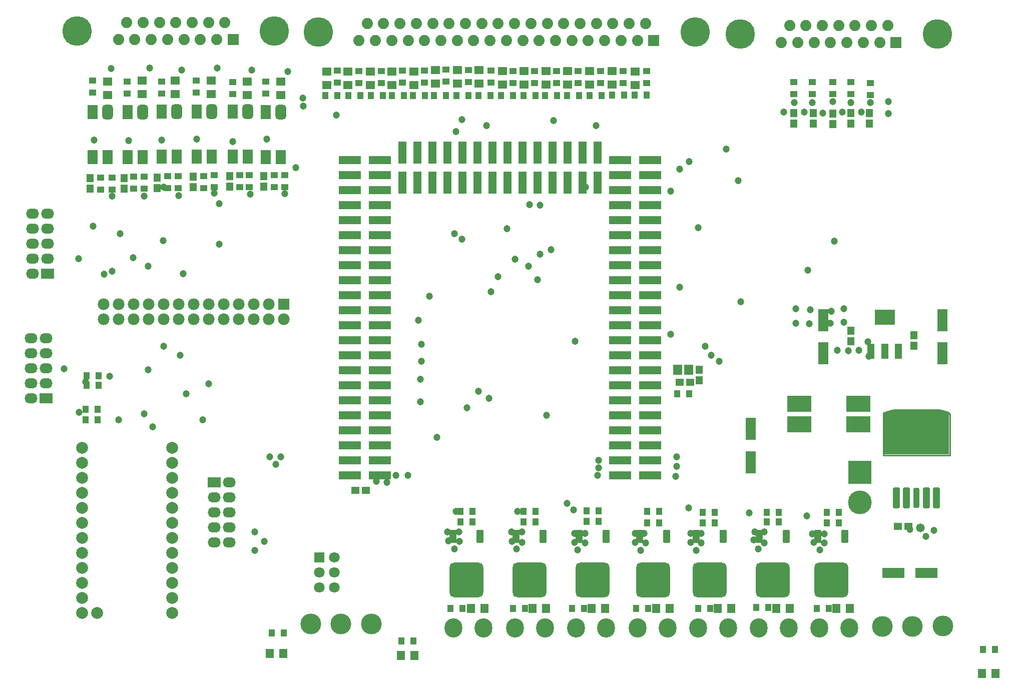
<source format=gts>
G04*
G04 #@! TF.GenerationSoftware,Altium Limited,Altium Designer,20.1.12 (249)*
G04*
G04 Layer_Color=8388736*
%FSTAX24Y24*%
%MOIN*%
G70*
G04*
G04 #@! TF.SameCoordinates,65647CF5-6095-42B6-9084-E7F1C421F8D5*
G04*
G04*
G04 #@! TF.FilePolarity,Negative*
G04*
G01*
G75*
%ADD17C,0.0100*%
G04:AMPARAMS|DCode=32|XSize=39.4mil|YSize=133.9mil|CornerRadius=9.8mil|HoleSize=0mil|Usage=FLASHONLY|Rotation=0.000|XOffset=0mil|YOffset=0mil|HoleType=Round|Shape=RoundedRectangle|*
%AMROUNDEDRECTD32*
21,1,0.0394,0.1142,0,0,0.0*
21,1,0.0197,0.1339,0,0,0.0*
1,1,0.0197,0.0098,-0.0571*
1,1,0.0197,-0.0098,-0.0571*
1,1,0.0197,-0.0098,0.0571*
1,1,0.0197,0.0098,0.0571*
%
%ADD32ROUNDEDRECTD32*%
%ADD44C,0.0200*%
%ADD45R,0.4380X0.2820*%
G04:AMPARAMS|DCode=46|XSize=98mil|YSize=71mil|CornerRadius=19.7mil|HoleSize=0mil|Usage=FLASHONLY|Rotation=270.000|XOffset=0mil|YOffset=0mil|HoleType=Round|Shape=RoundedRectangle|*
%AMROUNDEDRECTD46*
21,1,0.0980,0.0315,0,0,270.0*
21,1,0.0585,0.0710,0,0,270.0*
1,1,0.0395,-0.0157,-0.0293*
1,1,0.0395,-0.0157,0.0293*
1,1,0.0395,0.0157,0.0293*
1,1,0.0395,0.0157,-0.0293*
%
%ADD46ROUNDEDRECTD46*%
%ADD47R,0.0710X0.0980*%
%ADD48R,0.0513X0.0395*%
%ADD49R,0.0630X0.0580*%
%ADD50R,0.0513X0.0552*%
%ADD51R,0.0395X0.0513*%
G04:AMPARAMS|DCode=52|XSize=47.4mil|YSize=86.7mil|CornerRadius=8.9mil|HoleSize=0mil|Usage=FLASHONLY|Rotation=180.000|XOffset=0mil|YOffset=0mil|HoleType=Round|Shape=RoundedRectangle|*
%AMROUNDEDRECTD52*
21,1,0.0474,0.0689,0,0,180.0*
21,1,0.0295,0.0867,0,0,180.0*
1,1,0.0178,-0.0148,0.0344*
1,1,0.0178,0.0148,0.0344*
1,1,0.0178,0.0148,-0.0344*
1,1,0.0178,-0.0148,-0.0344*
%
%ADD52ROUNDEDRECTD52*%
G04:AMPARAMS|DCode=53|XSize=224.5mil|YSize=232.4mil|CornerRadius=31.1mil|HoleSize=0mil|Usage=FLASHONLY|Rotation=180.000|XOffset=0mil|YOffset=0mil|HoleType=Round|Shape=RoundedRectangle|*
%AMROUNDEDRECTD53*
21,1,0.2245,0.1703,0,0,180.0*
21,1,0.1624,0.2324,0,0,180.0*
1,1,0.0621,-0.0812,0.0851*
1,1,0.0621,0.0812,0.0851*
1,1,0.0621,0.0812,-0.0851*
1,1,0.0621,-0.0812,-0.0851*
%
%ADD53ROUNDEDRECTD53*%
G04:AMPARAMS|DCode=54|XSize=47.4mil|YSize=141.9mil|CornerRadius=13.8mil|HoleSize=0mil|Usage=FLASHONLY|Rotation=0.000|XOffset=0mil|YOffset=0mil|HoleType=Round|Shape=RoundedRectangle|*
%AMROUNDEDRECTD54*
21,1,0.0474,0.1142,0,0,0.0*
21,1,0.0197,0.1419,0,0,0.0*
1,1,0.0277,0.0098,-0.0571*
1,1,0.0277,-0.0098,-0.0571*
1,1,0.0277,-0.0098,0.0571*
1,1,0.0277,0.0098,0.0571*
%
%ADD54ROUNDEDRECTD54*%
%ADD55R,0.1379X0.1025*%
%ADD56R,0.0474X0.1025*%
%ADD57R,0.1458X0.0710*%
%ADD58R,0.0710X0.1458*%
%ADD59R,0.0552X0.0513*%
%ADD60R,0.0580X0.0630*%
%ADD61R,0.1478X0.0552*%
%ADD62R,0.1497X0.0552*%
%ADD63R,0.0552X0.1497*%
%ADD64R,0.1596X0.1064*%
%ADD65R,0.0592X0.0671*%
%ADD66O,0.0867X0.0671*%
%ADD67R,0.0867X0.0671*%
%ADD68C,0.0789*%
%ADD69C,0.1580*%
%ADD70R,0.1580X0.1580*%
%ADD71C,0.0710*%
%ADD72R,0.0710X0.0710*%
%ADD73C,0.0780*%
%ADD74R,0.0780X0.0780*%
%ADD75C,0.1380*%
%ADD76R,0.0745X0.0745*%
%ADD77C,0.0745*%
%ADD78C,0.1970*%
%ADD79O,0.1180X0.1280*%
%ADD80C,0.0474*%
%ADD81C,0.0580*%
D17*
X070165Y057951D02*
G03*
X070071Y057827I000036J-000124D01*
G01*
X070165Y057951D02*
G03*
X070071Y057827I000036J-000124D01*
G01*
X070784Y058123D02*
G03*
X070749Y058118I0J-000129D01*
G01*
X070784Y058123D02*
G03*
X070749Y058118I0J-000129D01*
G01*
X074497Y057827D02*
G03*
X074403Y057951I-000129J0D01*
G01*
X074497Y057827D02*
G03*
X074403Y057951I-000129J0D01*
G01*
X07382Y058118D02*
G03*
X073784Y058123I-000035J-000124D01*
G01*
X07382Y058118D02*
G03*
X073784Y058123I-000035J-000124D01*
G01*
X074469Y0579D02*
X074519Y05785D01*
Y0551D02*
Y05785D01*
X074269Y0551D02*
X074519D01*
X070073D02*
X074269D01*
X070071Y055102D02*
X070073Y0551D01*
X070071Y055102D02*
Y057327D01*
Y057827D01*
X070165Y057951D02*
X070748Y058118D01*
X074497Y057327D02*
Y057827D01*
X070784Y058123D02*
X073784D01*
X07382Y058118D02*
X074403Y057951D01*
D32*
X072269Y05225D02*
D03*
D44*
X070467Y057977D02*
X074107D01*
D45*
X072287Y05656D02*
D03*
D46*
X0184Y07795D02*
D03*
X023Y078D02*
D03*
X02075Y07795D02*
D03*
X02995D02*
D03*
X02535Y078D02*
D03*
X02775D02*
D03*
D47*
X0174Y07795D02*
D03*
Y07495D02*
D03*
X0184D02*
D03*
X022Y078D02*
D03*
Y075D02*
D03*
X023D02*
D03*
X01975Y07795D02*
D03*
Y07495D02*
D03*
X02075D02*
D03*
X02895Y07795D02*
D03*
Y07495D02*
D03*
X02995D02*
D03*
X02435Y078D02*
D03*
Y075D02*
D03*
X02535D02*
D03*
X02675Y078D02*
D03*
Y075D02*
D03*
X02775D02*
D03*
D48*
X022Y08D02*
D03*
Y0792D02*
D03*
X0243Y08005D02*
D03*
Y07925D02*
D03*
X02675Y07995D02*
D03*
Y07915D02*
D03*
X02895Y08D02*
D03*
Y0792D02*
D03*
X0197Y08D02*
D03*
Y0792D02*
D03*
X0174Y08005D02*
D03*
Y07925D02*
D03*
X0187Y0728D02*
D03*
Y0736D02*
D03*
X017948Y072809D02*
D03*
Y073609D02*
D03*
X04245Y07995D02*
D03*
Y08075D02*
D03*
X04685Y0799D02*
D03*
Y0807D02*
D03*
X03805Y07993D02*
D03*
Y08073D02*
D03*
X04975Y0799D02*
D03*
Y0807D02*
D03*
X0543Y0799D02*
D03*
Y0807D02*
D03*
X03515Y0799D02*
D03*
Y0807D02*
D03*
X05275Y0799D02*
D03*
Y0807D02*
D03*
X02085Y07285D02*
D03*
Y07365D02*
D03*
X0231Y0729D02*
D03*
Y0737D02*
D03*
X0255Y07295D02*
D03*
Y07375D02*
D03*
X02785Y07295D02*
D03*
Y07375D02*
D03*
X0302Y07295D02*
D03*
Y07375D02*
D03*
X02015Y07285D02*
D03*
Y07365D02*
D03*
X0224Y0729D02*
D03*
Y0737D02*
D03*
X0248Y0729D02*
D03*
Y0737D02*
D03*
X0272Y07295D02*
D03*
Y07375D02*
D03*
X0295Y07295D02*
D03*
Y07375D02*
D03*
X0692Y0791D02*
D03*
Y0799D02*
D03*
X0679Y07915D02*
D03*
Y07995D02*
D03*
X0667Y07915D02*
D03*
Y07995D02*
D03*
X06535Y07915D02*
D03*
Y07995D02*
D03*
X064095Y07915D02*
D03*
Y07995D02*
D03*
X04395Y07993D02*
D03*
Y08073D02*
D03*
X0483Y0799D02*
D03*
Y0807D02*
D03*
X0395Y07993D02*
D03*
Y08073D02*
D03*
X0337Y07993D02*
D03*
Y08073D02*
D03*
X05125Y0799D02*
D03*
Y0807D02*
D03*
X03665Y0799D02*
D03*
Y0807D02*
D03*
X0454Y0799D02*
D03*
Y0807D02*
D03*
X04095Y08D02*
D03*
Y0808D02*
D03*
D49*
X02995Y0791D02*
D03*
Y08D02*
D03*
X0277Y0791D02*
D03*
Y08D02*
D03*
X025309Y07917D02*
D03*
Y08007D02*
D03*
X0229Y07917D02*
D03*
Y08007D02*
D03*
X0207Y07915D02*
D03*
Y08005D02*
D03*
X018398Y0791D02*
D03*
Y08D02*
D03*
X0505Y0807D02*
D03*
Y0798D02*
D03*
X05355Y08065D02*
D03*
Y07975D02*
D03*
X052Y0807D02*
D03*
Y0798D02*
D03*
X04615Y0807D02*
D03*
Y0798D02*
D03*
X04905Y0807D02*
D03*
Y0798D02*
D03*
X0476Y0807D02*
D03*
Y0798D02*
D03*
X0417Y08075D02*
D03*
Y07985D02*
D03*
X0447Y0807D02*
D03*
Y0798D02*
D03*
X04315Y08075D02*
D03*
Y07985D02*
D03*
X03735Y08065D02*
D03*
Y07975D02*
D03*
X04025Y08075D02*
D03*
Y07985D02*
D03*
X0388Y08065D02*
D03*
Y07975D02*
D03*
X033Y08065D02*
D03*
Y07975D02*
D03*
X0359Y08065D02*
D03*
Y07975D02*
D03*
X0344Y08065D02*
D03*
Y07975D02*
D03*
D50*
X01725Y07285D02*
D03*
Y07355D02*
D03*
X067912Y063411D02*
D03*
Y062711D02*
D03*
X072112Y062411D02*
D03*
Y063111D02*
D03*
X0195Y07285D02*
D03*
Y07355D02*
D03*
X0241Y07295D02*
D03*
Y07365D02*
D03*
X0217Y0729D02*
D03*
Y0736D02*
D03*
X0288Y073D02*
D03*
Y0737D02*
D03*
X02655Y073D02*
D03*
Y0737D02*
D03*
X0679Y0779D02*
D03*
Y0772D02*
D03*
X06915Y0779D02*
D03*
Y0772D02*
D03*
X0654Y0779D02*
D03*
Y0772D02*
D03*
X0667Y07785D02*
D03*
Y07715D02*
D03*
X0641Y0779D02*
D03*
Y0772D02*
D03*
X0578Y0608D02*
D03*
Y0601D02*
D03*
D51*
X06645Y0449D02*
D03*
X06565D02*
D03*
X0624Y04495D02*
D03*
X0616D02*
D03*
X0544Y0449D02*
D03*
X0536D02*
D03*
X05855D02*
D03*
X05775D02*
D03*
X05015D02*
D03*
X04935D02*
D03*
X0462D02*
D03*
X0454D02*
D03*
X04205D02*
D03*
X04125D02*
D03*
X0663Y0513D02*
D03*
X0671D02*
D03*
X0623D02*
D03*
X0631D02*
D03*
X05805D02*
D03*
X05885D02*
D03*
X05435Y05135D02*
D03*
X05515D02*
D03*
X0503Y0514D02*
D03*
X0511D02*
D03*
X0461Y05135D02*
D03*
X0469D02*
D03*
X0419D02*
D03*
X0427D02*
D03*
X0663Y0506D02*
D03*
X0671D02*
D03*
X0623Y05065D02*
D03*
X0631D02*
D03*
X05805Y0506D02*
D03*
X05885D02*
D03*
X05435D02*
D03*
X05515D02*
D03*
X0503Y0507D02*
D03*
X0511D02*
D03*
X0461Y05065D02*
D03*
X0469D02*
D03*
X0419D02*
D03*
X0427D02*
D03*
X05635Y0592D02*
D03*
X05715D02*
D03*
X037984Y042722D02*
D03*
X038784D02*
D03*
X02935Y04325D02*
D03*
X03015D02*
D03*
X0767Y04215D02*
D03*
X0775D02*
D03*
X0513Y07905D02*
D03*
X0505D02*
D03*
X0543Y0791D02*
D03*
X0535D02*
D03*
X0528D02*
D03*
X052D02*
D03*
X0469Y07905D02*
D03*
X0461D02*
D03*
X0498D02*
D03*
X049D02*
D03*
X04835D02*
D03*
X04755D02*
D03*
X04245D02*
D03*
X04165D02*
D03*
X0454D02*
D03*
X0446D02*
D03*
X0439D02*
D03*
X0431D02*
D03*
X03815D02*
D03*
X03735D02*
D03*
X04095D02*
D03*
X04015D02*
D03*
X03955D02*
D03*
X03875D02*
D03*
X0337D02*
D03*
X0329D02*
D03*
X03675D02*
D03*
X03595D02*
D03*
X03525D02*
D03*
X03445D02*
D03*
X01695Y05815D02*
D03*
X01775D02*
D03*
X01695Y05745D02*
D03*
X01775D02*
D03*
X017Y05975D02*
D03*
X0178D02*
D03*
X017Y0604D02*
D03*
X0178D02*
D03*
D52*
X05565Y0497D02*
D03*
X05385Y0497D02*
D03*
X043199Y0497D02*
D03*
X0414Y0497D02*
D03*
X0594Y0497D02*
D03*
X0576Y0497D02*
D03*
X0675Y0497D02*
D03*
X0657Y0497D02*
D03*
X0636Y0497D02*
D03*
X061801Y0497D02*
D03*
X0474Y0497D02*
D03*
X0456Y0497D02*
D03*
X0516Y0497D02*
D03*
X0498Y0497D02*
D03*
D53*
X05475Y046787D02*
D03*
X0423D02*
D03*
X0585D02*
D03*
X0666D02*
D03*
X0627D02*
D03*
X0465D02*
D03*
X0507D02*
D03*
D54*
X073608Y05225D02*
D03*
X072939D02*
D03*
X0716D02*
D03*
X070931D02*
D03*
D55*
X070162Y064303D02*
D03*
D56*
X071068Y062019D02*
D03*
X070162D02*
D03*
X069257D02*
D03*
D57*
X070748Y04725D02*
D03*
X072952D02*
D03*
D58*
X074012Y064113D02*
D03*
Y061909D02*
D03*
X066062D02*
D03*
Y064113D02*
D03*
X06125Y054648D02*
D03*
Y056852D02*
D03*
D59*
X07105Y05035D02*
D03*
X07175D02*
D03*
X0349Y05275D02*
D03*
X0356D02*
D03*
X0565Y05995D02*
D03*
X0572D02*
D03*
D60*
X07665Y04055D02*
D03*
X07755D02*
D03*
X0301Y0419D02*
D03*
X0292D02*
D03*
X03885Y04175D02*
D03*
X03795D02*
D03*
X0435Y0449D02*
D03*
X0426D02*
D03*
X05585D02*
D03*
X05495D02*
D03*
X05995D02*
D03*
X05905D02*
D03*
X06785D02*
D03*
X06695D02*
D03*
X06385D02*
D03*
X06295D02*
D03*
X0476D02*
D03*
X0467D02*
D03*
X05155D02*
D03*
X05065D02*
D03*
D61*
X03455Y07475D02*
D03*
X03655D02*
D03*
X03455Y05575D02*
D03*
Y05475D02*
D03*
Y05875D02*
D03*
Y05775D02*
D03*
Y06175D02*
D03*
Y06075D02*
D03*
Y06475D02*
D03*
Y06375D02*
D03*
Y06875D02*
D03*
Y06775D02*
D03*
Y06675D02*
D03*
Y07175D02*
D03*
Y07075D02*
D03*
Y07375D02*
D03*
Y05375D02*
D03*
Y06575D02*
D03*
Y06275D02*
D03*
Y05975D02*
D03*
Y05675D02*
D03*
Y07275D02*
D03*
Y06975D02*
D03*
X03655Y05575D02*
D03*
Y05475D02*
D03*
Y05875D02*
D03*
Y05775D02*
D03*
Y06175D02*
D03*
Y06075D02*
D03*
Y06475D02*
D03*
Y06375D02*
D03*
Y06875D02*
D03*
Y06775D02*
D03*
Y06675D02*
D03*
Y07175D02*
D03*
Y07075D02*
D03*
Y07375D02*
D03*
Y05375D02*
D03*
Y06575D02*
D03*
Y06275D02*
D03*
Y05975D02*
D03*
Y05675D02*
D03*
Y07275D02*
D03*
Y06975D02*
D03*
D62*
X05455Y05575D02*
D03*
Y05475D02*
D03*
Y05875D02*
D03*
Y05775D02*
D03*
Y06175D02*
D03*
Y06075D02*
D03*
Y06475D02*
D03*
Y06375D02*
D03*
Y06875D02*
D03*
Y06775D02*
D03*
Y06675D02*
D03*
Y07175D02*
D03*
Y07075D02*
D03*
Y07475D02*
D03*
Y07375D02*
D03*
Y05375D02*
D03*
Y06575D02*
D03*
Y06275D02*
D03*
Y05975D02*
D03*
Y05675D02*
D03*
Y07275D02*
D03*
Y06975D02*
D03*
X05255Y05575D02*
D03*
Y05475D02*
D03*
Y05875D02*
D03*
Y05775D02*
D03*
Y06175D02*
D03*
Y06075D02*
D03*
Y06475D02*
D03*
Y06375D02*
D03*
Y06875D02*
D03*
Y06775D02*
D03*
Y06675D02*
D03*
Y07175D02*
D03*
Y07075D02*
D03*
Y07375D02*
D03*
Y06575D02*
D03*
Y06275D02*
D03*
Y05975D02*
D03*
Y05675D02*
D03*
Y07275D02*
D03*
Y06975D02*
D03*
Y05375D02*
D03*
Y07475D02*
D03*
D63*
X03805Y07325D02*
D03*
X03905D02*
D03*
X04105D02*
D03*
X04205D02*
D03*
X04405D02*
D03*
X04505D02*
D03*
X04705D02*
D03*
X04805D02*
D03*
X05105D02*
D03*
X05005D02*
D03*
X04005D02*
D03*
X04305D02*
D03*
X04605D02*
D03*
X04905D02*
D03*
X03805Y07525D02*
D03*
X03905D02*
D03*
X04105D02*
D03*
X04205D02*
D03*
X04405D02*
D03*
X04505D02*
D03*
X04705D02*
D03*
X04805D02*
D03*
X05105D02*
D03*
X05005D02*
D03*
X04005D02*
D03*
X04305D02*
D03*
X04605D02*
D03*
X04905D02*
D03*
D64*
X0684Y05715D02*
D03*
Y058528D02*
D03*
X064483Y05715D02*
D03*
Y058528D02*
D03*
D65*
X057124Y0608D02*
D03*
X056376D02*
D03*
D66*
X0255Y0493D02*
D03*
Y0503D02*
D03*
Y0513D02*
D03*
Y0523D02*
D03*
X0265Y0533D02*
D03*
Y0523D02*
D03*
Y0513D02*
D03*
Y0503D02*
D03*
Y0493D02*
D03*
X0144Y0712D02*
D03*
Y0702D02*
D03*
Y0692D02*
D03*
Y0682D02*
D03*
X0134Y0672D02*
D03*
Y0682D02*
D03*
Y0692D02*
D03*
Y0702D02*
D03*
Y0712D02*
D03*
X0143Y0629D02*
D03*
Y0619D02*
D03*
Y0609D02*
D03*
Y0599D02*
D03*
X0133Y0589D02*
D03*
Y0599D02*
D03*
Y0609D02*
D03*
Y0619D02*
D03*
Y0629D02*
D03*
D67*
X0255Y0533D02*
D03*
X0144Y0672D02*
D03*
X0143Y0589D02*
D03*
D68*
X0227Y044606D02*
D03*
Y045606D02*
D03*
Y046606D02*
D03*
Y047606D02*
D03*
Y048606D02*
D03*
Y049606D02*
D03*
Y050606D02*
D03*
Y051606D02*
D03*
Y052606D02*
D03*
Y053606D02*
D03*
Y054606D02*
D03*
Y055606D02*
D03*
X0177Y044606D02*
D03*
X0167Y0446D02*
D03*
Y0456D02*
D03*
Y0466D02*
D03*
Y0476D02*
D03*
Y0486D02*
D03*
Y0496D02*
D03*
Y0506D02*
D03*
Y0516D02*
D03*
Y0526D02*
D03*
Y0536D02*
D03*
Y0546D02*
D03*
Y0556D02*
D03*
D69*
X0685Y05195D02*
D03*
D70*
Y05395D02*
D03*
D71*
X0335Y0483D02*
D03*
Y0473D02*
D03*
Y0463D02*
D03*
X0325Y0473D02*
D03*
Y0463D02*
D03*
D72*
Y0483D02*
D03*
D73*
X02515Y06515D02*
D03*
X01815Y06415D02*
D03*
Y06515D02*
D03*
X01915Y06415D02*
D03*
Y06515D02*
D03*
X02015Y06415D02*
D03*
Y06515D02*
D03*
X02115Y06415D02*
D03*
Y06515D02*
D03*
X02215Y06415D02*
D03*
Y06515D02*
D03*
X02315Y06415D02*
D03*
Y06515D02*
D03*
X02415Y06415D02*
D03*
Y06515D02*
D03*
X02515Y06415D02*
D03*
X02815Y06415D02*
D03*
X02915Y06415D02*
D03*
X02915Y06515D02*
D03*
X02815Y06515D02*
D03*
X02715Y06515D02*
D03*
X02615Y06415D02*
D03*
X02615Y06515D02*
D03*
X03015Y06415D02*
D03*
X02715Y06415D02*
D03*
D74*
X03015Y06515D02*
D03*
D75*
X074026Y043726D02*
D03*
X07Y0437D02*
D03*
X072D02*
D03*
X035976Y043876D02*
D03*
X03195Y04385D02*
D03*
X03395D02*
D03*
D76*
X070917Y082601D02*
D03*
X026767Y082801D02*
D03*
X054785Y082732D02*
D03*
D77*
X063288Y082599D02*
D03*
X063828Y083719D02*
D03*
X064374Y082601D02*
D03*
X064919Y083719D02*
D03*
X065464Y082601D02*
D03*
X066009Y083719D02*
D03*
X066555Y082601D02*
D03*
X0671Y083719D02*
D03*
X067645Y082601D02*
D03*
X068191Y083719D02*
D03*
X068736Y082601D02*
D03*
X069281Y083719D02*
D03*
X069826Y082601D02*
D03*
X070372Y083719D02*
D03*
X019138Y082799D02*
D03*
X019678Y083919D02*
D03*
X020224Y082801D02*
D03*
X020769Y083919D02*
D03*
X021314Y082801D02*
D03*
X021859Y083919D02*
D03*
X022405Y082801D02*
D03*
X02295Y083919D02*
D03*
X023495Y082801D02*
D03*
X024041Y083919D02*
D03*
X024586Y082801D02*
D03*
X025131Y083919D02*
D03*
X025676Y082801D02*
D03*
X026222Y083919D02*
D03*
X035155Y082732D02*
D03*
X0357Y08385D02*
D03*
X036245Y082732D02*
D03*
X036791Y08385D02*
D03*
X038972D02*
D03*
X038426Y082732D02*
D03*
X037881Y08385D02*
D03*
X037336Y082732D02*
D03*
X041153Y08385D02*
D03*
X040607Y082732D02*
D03*
X040062Y08385D02*
D03*
X039517Y082732D02*
D03*
X045515Y08385D02*
D03*
X04497Y082732D02*
D03*
X044424Y08385D02*
D03*
X041698Y082732D02*
D03*
X046606Y08385D02*
D03*
X04606Y082732D02*
D03*
X043334Y08385D02*
D03*
X042789Y082732D02*
D03*
X042243Y08385D02*
D03*
X04388Y082732D02*
D03*
X047151D02*
D03*
X047696Y08385D02*
D03*
X048241Y082732D02*
D03*
X048787Y08385D02*
D03*
X049332Y082732D02*
D03*
X049877Y08385D02*
D03*
X050422Y082732D02*
D03*
X050968Y08385D02*
D03*
X051513Y082732D02*
D03*
X052058Y08385D02*
D03*
X052604Y082732D02*
D03*
X053149Y08385D02*
D03*
X053694Y082732D02*
D03*
X054239Y08385D02*
D03*
D78*
X060541Y08316D02*
D03*
X073659D02*
D03*
X016391Y08336D02*
D03*
X029509D02*
D03*
X032449Y083301D02*
D03*
X057528Y083293D02*
D03*
D79*
X04145Y0436D02*
D03*
X04345D02*
D03*
X04555D02*
D03*
X04755D02*
D03*
X0496D02*
D03*
X0516D02*
D03*
X05775D02*
D03*
X05975D02*
D03*
X065819D02*
D03*
X067819D02*
D03*
X0537D02*
D03*
X0557D02*
D03*
X061767D02*
D03*
X063767D02*
D03*
D80*
X03925Y05865D02*
D03*
Y06015D02*
D03*
X0393Y06135D02*
D03*
X02475Y05745D02*
D03*
X0391Y0641D02*
D03*
X0393Y0625D02*
D03*
X02885Y04935D02*
D03*
X023356Y080753D02*
D03*
X0212Y0809D02*
D03*
X0304Y08065D02*
D03*
X028Y08075D02*
D03*
X0257Y0809D02*
D03*
X02435Y0782D02*
D03*
X02205Y07805D02*
D03*
X01975Y07805D02*
D03*
X0268Y0779D02*
D03*
X029D02*
D03*
X01865Y08085D02*
D03*
X01745Y078D02*
D03*
X0175Y0761D02*
D03*
X0198Y07605D02*
D03*
X022Y0761D02*
D03*
X02435Y07615D02*
D03*
X02675Y076D02*
D03*
X029Y07615D02*
D03*
X02215Y07295D02*
D03*
X018706Y072371D02*
D03*
X059597Y07549D02*
D03*
X0604Y0734D02*
D03*
X065035Y06742D02*
D03*
X0668Y06935D02*
D03*
X0472Y07175D02*
D03*
Y0685D02*
D03*
X03145Y07835D02*
D03*
X0314Y0789D02*
D03*
X02325Y06175D02*
D03*
X02215Y06235D02*
D03*
X049Y0519D02*
D03*
X02315Y072395D02*
D03*
X02085Y07235D02*
D03*
X025523Y07255D02*
D03*
X0279Y0725D02*
D03*
X06535Y0786D02*
D03*
X0667Y07865D02*
D03*
X0679Y0786D02*
D03*
X0692D02*
D03*
X0704Y07785D02*
D03*
Y07865D02*
D03*
X06415Y0786D02*
D03*
X06345Y07795D02*
D03*
X06605Y0779D02*
D03*
X0648Y07795D02*
D03*
X06735D02*
D03*
X0686Y077956D02*
D03*
X061127Y051277D02*
D03*
X064978Y051078D02*
D03*
X0571Y0516D02*
D03*
X060569Y065339D02*
D03*
X0465Y0718D02*
D03*
X04795Y0688D02*
D03*
X0565Y07415D02*
D03*
X0559Y06315D02*
D03*
X0565Y0663D02*
D03*
X05Y0751D02*
D03*
X05025Y07295D02*
D03*
X0563Y055D02*
D03*
Y05435D02*
D03*
X05625Y0537D02*
D03*
X04945Y05145D02*
D03*
X04905Y0751D02*
D03*
X038Y0752D02*
D03*
X0211Y0608D02*
D03*
X042Y07745D02*
D03*
X04955Y0627D02*
D03*
X0376Y05375D02*
D03*
X04035Y0563D02*
D03*
X04105Y0752D02*
D03*
X04365Y07705D02*
D03*
X01925Y06985D02*
D03*
X05105Y0751D02*
D03*
X05095Y07705D02*
D03*
X02585Y06915D02*
D03*
X038404Y053749D02*
D03*
X045Y0752D02*
D03*
X04705Y0668D02*
D03*
X04905Y07295D02*
D03*
X03985Y0657D02*
D03*
X03905Y0752D02*
D03*
X042Y0695D02*
D03*
X0559Y0727D02*
D03*
X018175Y067175D02*
D03*
X0431Y05935D02*
D03*
X0444Y067D02*
D03*
X01745Y07035D02*
D03*
X048Y0751D02*
D03*
X0416Y07665D02*
D03*
X0582Y06235D02*
D03*
X0415Y069853D02*
D03*
X02365Y0592D02*
D03*
X025141Y059866D02*
D03*
X05915Y06135D02*
D03*
X04235Y05825D02*
D03*
X04765Y05775D02*
D03*
X04645Y0677D02*
D03*
X016463Y068187D02*
D03*
X04555Y06815D02*
D03*
X0481Y077403D02*
D03*
X04405Y07295D02*
D03*
X05715Y07465D02*
D03*
X0545Y0638D02*
D03*
X03095Y07425D02*
D03*
X0363Y07475D02*
D03*
X0438Y0589D02*
D03*
X05775Y07025D02*
D03*
X03365Y07775D02*
D03*
X0586Y06175D02*
D03*
X051051Y053749D02*
D03*
X045Y0702D02*
D03*
X0729Y0497D02*
D03*
X07345Y0501D02*
D03*
X07185Y05015D02*
D03*
X037Y0533D02*
D03*
X0363Y05335D02*
D03*
X0214Y057D02*
D03*
X02085Y05785D02*
D03*
X01855Y06035D02*
D03*
X0296Y0545D02*
D03*
X0292Y055D02*
D03*
X02995D02*
D03*
X0691Y0617D02*
D03*
X06905Y06265D02*
D03*
X06845Y0621D02*
D03*
X06775Y06205D02*
D03*
X067Y0621D02*
D03*
X06655Y0639D02*
D03*
X0666Y0647D02*
D03*
X06515Y06385D02*
D03*
X0652Y0648D02*
D03*
X06425Y0639D02*
D03*
Y06485D02*
D03*
X06745Y06395D02*
D03*
Y06485D02*
D03*
X066168Y061909D02*
D03*
X066Y0642D02*
D03*
X0511Y05425D02*
D03*
Y05475D02*
D03*
X0221Y0694D02*
D03*
X02585Y07185D02*
D03*
X0282Y05D02*
D03*
Y04875D02*
D03*
X04395Y066003D02*
D03*
X0457Y05135D02*
D03*
X01915Y05745D02*
D03*
X0302Y072518D02*
D03*
X02345Y067197D02*
D03*
X0416Y05135D02*
D03*
X0155Y06085D02*
D03*
X0201Y06825D02*
D03*
X0211Y0677D02*
D03*
X0187Y06735D02*
D03*
X01695Y06D02*
D03*
X0165Y05795D02*
D03*
X06585Y0488D02*
D03*
X06615Y04925D02*
D03*
X06545Y0493D02*
D03*
X06615Y04985D02*
D03*
X06535D02*
D03*
X04565Y04885D02*
D03*
X046Y0493D02*
D03*
X04535Y04935D02*
D03*
X046Y05D02*
D03*
X0453D02*
D03*
X0415Y04885D02*
D03*
X04185Y04935D02*
D03*
X0411Y0494D02*
D03*
X0418Y05D02*
D03*
X04105D02*
D03*
X0497Y0488D02*
D03*
X0502Y04925D02*
D03*
X0495Y0493D02*
D03*
X0502Y0499D02*
D03*
X0495D02*
D03*
X0539Y04875D02*
D03*
X05425Y04925D02*
D03*
X05355Y0493D02*
D03*
X05415Y0499D02*
D03*
X05355D02*
D03*
X0576Y04875D02*
D03*
X05725Y0493D02*
D03*
X05795Y04925D02*
D03*
Y0499D02*
D03*
X05725D02*
D03*
X06175Y04885D02*
D03*
X06145Y04945D02*
D03*
X0615Y05D02*
D03*
X06215Y04925D02*
D03*
Y05D02*
D03*
D81*
X07255Y05025D02*
D03*
M02*

</source>
